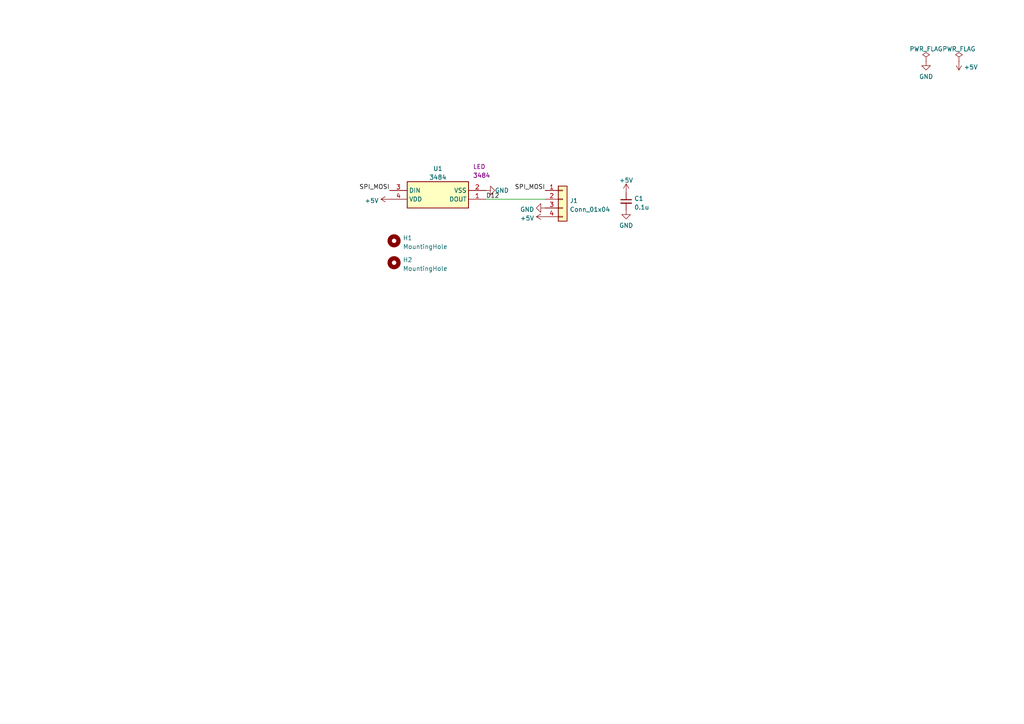
<source format=kicad_sch>
(kicad_sch (version 20211123) (generator eeschema)
  (paper "A4")
  (title_block (title "LED module") (company "KIKS"))
  (lib_symbols
    (symbol "Connector_Generic:Conn_01x04" (pin_names (offset 1.016) hide)
      (property "Reference" "J" (at 0 5.08 0))
      (property "Value" "Conn_01x04" (at 0 -7.62 0))
      (symbol "Conn_01x04_1_1"
        (rectangle (start -1.27 -4.953) (end 0 -5.207) (stroke (width 0.1524)))
        (rectangle (start -1.27 -2.413) (end 0 -2.667) (stroke (width 0.1524)))
        (rectangle (start -1.27 0.127) (end 0 -0.127) (stroke (width 0.1524)))
        (rectangle (start -1.27 2.667) (end 0 2.413) (stroke (width 0.1524)))
        (rectangle (start -1.27 3.81) (end 1.27 -6.35) (stroke (width 0.254)) (fill (type background)))
        (pin passive line (at -5.08 2.54 0) (length 3.81) (name "Pin_1") (number "1"))
        (pin passive line (at -5.08 0 0) (length 3.81) (name "Pin_2") (number "2"))
        (pin passive line (at -5.08 -2.54 0) (length 3.81) (name "Pin_3") (number "3"))
        (pin passive line (at -5.08 -5.08 0) (length 3.81) (name "Pin_4") (number "4"))
      )
    )
    (symbol "Device:C_Small" (pin_numbers hide) (pin_names (offset 0.254) hide)
      (property "Reference" "C" (at 0.254 1.778 0))
      (property "Value" "C_Small" (at 0.254 -2.032 0))
      (symbol "C_Small_0_1"
        (polyline (pts (xy -1.524 -0.508) (xy 1.524 -0.508)) (stroke (width 0.3302)))
        (polyline (pts (xy -1.524 0.508) (xy 1.524 0.508)) (stroke (width 0.3048)))
      )
      (symbol "C_Small_1_1"
        (pin passive line (at 0 2.54 270) (length 2.032) (name "~") (number "1"))
        (pin passive line (at 0 -2.54 90) (length 2.032) (name "~") (number "2"))
      )
    )
    (symbol "LED-module:3484"
      (property "Value" "3484" (at 0 0 0))
      (property "Reference_1" "LED" (at 24.13 7.62 0))
      (property "Value_1" "3484" (at 24.13 5.08 0))
      (symbol "3484_1_1"
        (rectangle (start 5.08 2.54) (end 22.86 -5.08) (stroke (width 0.254)) (fill (type background)))
        (pin passive line (at 27.94 -2.54 180) (length 5.08) (name "DOUT") (number "1"))
        (pin passive line (at 27.94 0 180) (length 5.08) (name "VSS") (number "2"))
        (pin passive line (at 0 0 0) (length 5.08) (name "DIN") (number "3"))
        (pin passive line (at 0 -2.54 0) (length 5.08) (name "VDD") (number "4"))
      )
    )
    (symbol "Mechanical:MountingHole" (pin_names (offset 1.016))
      (property "Reference" "H" (at 0 5.08 0))
      (property "Value" "MountingHole" (at 0 3.175 0))
      (symbol "MountingHole_0_1"
        (circle (center 0 0) (radius 1.27) (stroke (width 1.27)))
      )
    )
    (symbol "power:+5V" (power) (pin_names (offset 0))
      (property "Value" "+5V" (at 0 3.556 0))
      (symbol "+5V_0_1"
        (polyline (pts (xy -0.762 1.27) (xy 0 2.54)))
        (polyline (pts (xy 0 0) (xy 0 2.54)))
        (polyline (pts (xy 0 2.54) (xy 0.762 1.27)))
      )
      (symbol "+5V_1_1"
        (pin power_in line (at 0 0 90) (length 0) hide (name "+5V") (number "1"))
      )
    )
    (symbol "power:GND" (power) (pin_names (offset 0))
      (property "Value" "GND" (at 0 -3.81 0))
      (symbol "GND_0_1"
        (polyline (pts (xy 0 0) (xy 0 -1.27) (xy 1.27 -1.27) (xy 0 -2.54) (xy -1.27 -1.27) (xy 0 -1.27)))
      )
      (symbol "GND_1_1"
        (pin power_in line (at 0 0 270) (length 0) hide (name "GND") (number "1"))
      )
    )
    (symbol "power:PWR_FLAG" (power) (pin_numbers hide) (pin_names (offset 0) hide)
      (property "Value" "PWR_FLAG" (at 0 3.81 0))
      (symbol "PWR_FLAG_0_0"
        (pin power_out line (at 0 0 90) (length 0) (name "pwr") (number "1"))
      )
      (symbol "PWR_FLAG_0_1"
        (polyline (pts (xy 0 0) (xy 0 1.27) (xy -1.016 1.905) (xy 0 2.54) (xy 1.016 1.905) (xy 0 1.27)))
      )
    )
  )
  (wire (pts (xy 140.97 57.785) (xy 158.115 57.785)))
  (label "D12" (at 140.97 57.785 0))
  (label "SPI_MOSI" (at 113.03 55.245 180))
  (label "SPI_MOSI" (at 158.115 55.245 180))
  (symbol (lib_id "LED-module:3484") (at 113.03 55.245 0) (unit 1)
    (property "Reference" "U1" (at 127 48.8981 0))
    (property "Value" "3484" (at 127 51.435 0))
    (property "Footprint" "LED-module:3484" (effects hide))
    (property "Reference_1" "LED" (at 137.16 47.625 0) (effects (justify left top)))
    (property "Value_1" "3484" (at 137.16 50.165 0) (effects (justify left top)))
    (property "Footprint_1" "3484" (effects hide))
    (property "Datasheet_1" "https://cdn-shop.adafruit.com/product-files/3484/3484_Datasheet.pdf" (effects hide))
    (property "Height" "1" (effects hide))
    (property "Mouser Part Number" "485-3484" (effects hide))
    (property "Mouser Price/Stock" "https://www.mouser.co.uk/ProductDetail/Adafruit/3484?qs=HXFqYaX1Q2zAi4aM%252Bec1%2Fw%3D%3D" (effects hide))
    (property "Manufacturer_Name" "Adafruit" (effects hide))
    (property "Manufacturer_Part_Number" "3484" (effects hide))
  )
  (symbol (lib_id "power:PWR_FLAG") (at 268.605 17.78 0) (unit 1)
    (property "Reference" "#FLG01" (effects hide))
    (property "Value" "PWR_FLAG" (at 268.605 14.2042 0))
  )
  (symbol (lib_id "Mechanical:MountingHole") (at 114.3 76.2 0) (unit 1)
    (property "Reference" "H2" (at 116.84 75.3653 0) (effects (justify left)))
    (property "Value" "MountingHole" (at 116.84 77.9022 0) (effects (justify left)))
    (property "Footprint" "MountingHole:MountingHole_3.2mm_M3_ISO7380_Pad" (effects hide))
  )
  (symbol (lib_id "power:+5V") (at 113.03 57.785 90) (unit 1)
    (property "Reference" "#PWR01" (effects hide))
    (property "Value" "+5V" (at 109.8551 58.2188 90) (effects (justify left)))
  )
  (symbol (lib_id "power:+5V") (at 158.115 62.865 90) (unit 1)
    (property "Reference" "#PWR012" (effects hide))
    (property "Value" "+5V" (at 154.9401 63.2988 90) (effects (justify left)))
  )
  (symbol (lib_id "power:GND") (at 181.61 60.96 0) (unit 1)
    (property "Reference" "#PWR022" (effects hide))
    (property "Value" "GND" (at 181.61 65.4034 0))
  )
  (symbol (lib_id "power:+5V") (at 181.61 55.88 0) (unit 1)
    (property "Reference" "#PWR021" (effects hide))
    (property "Value" "+5V" (at 181.61 52.3042 0))
  )
  (symbol (lib_id "power:GND") (at 268.605 17.78 0) (unit 1)
    (property "Reference" "#PWR031" (effects hide))
    (property "Value" "GND" (at 268.605 22.2234 0))
  )
  (symbol (lib_id "power:+5V") (at 278.13 17.78 180) (unit 1)
    (property "Reference" "#PWR032" (effects hide))
    (property "Value" "+5V" (at 279.527 19.4838 0) (effects (justify right)))
  )
  (symbol (lib_id "power:PWR_FLAG") (at 278.13 17.78 0) (unit 1)
    (property "Reference" "#FLG02" (effects hide))
    (property "Value" "PWR_FLAG" (at 278.13 14.2042 0))
  )
  (symbol (lib_id "Mechanical:MountingHole") (at 114.3 69.85 0) (unit 1)
    (property "Reference" "H1" (at 116.84 69.0153 0) (effects (justify left)))
    (property "Value" "MountingHole" (at 116.84 71.5522 0) (effects (justify left)))
    (property "Footprint" "MountingHole:MountingHole_3.2mm_M3_ISO7380_Pad" (effects hide))
  )
  (symbol (lib_id "power:GND") (at 158.115 60.325 270) (unit 1)
    (property "Reference" "#PWR011" (effects hide))
    (property "Value" "GND" (at 154.9401 60.7588 90) (effects (justify right)))
  )
  (symbol (lib_id "Device:C_Small") (at 181.61 58.42 0) (unit 1)
    (property "Reference" "C1" (at 183.9341 57.5916 0) (effects (justify left)))
    (property "Value" "0.1u" (at 183.9341 60.1285 0) (effects (justify left)))
    (property "Footprint" "Capacitor_SMD:C_0603_1608Metric_Pad1.08x0.95mm_HandSolder" (effects hide))
  )
  (symbol (lib_id "power:GND") (at 140.97 55.245 90) (unit 1)
    (property "Reference" "#PWR06" (effects hide))
    (property "Value" "GND" (at 143.51 55.245 90) (effects (justify right)))
  )
  (symbol (lib_id "Connector_Generic:Conn_01x04") (at 163.195 57.785 0) (unit 1)
    (property "Reference" "J1" (at 165.227 58.2203 0) (effects (justify left)))
    (property "Value" "Conn_01x04" (at 165.227 60.7572 0) (effects (justify left)))
    (property "Footprint" "LED-module:JST_S4B-ZR_LF__SN_" (effects hide))
  )
)
</source>
